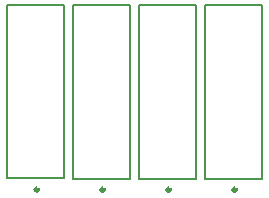
<source format=gbr>
G04 #@! TF.GenerationSoftware,KiCad,Pcbnew,(6.0.5)*
G04 #@! TF.CreationDate,2022-06-02T01:00:37-04:00*
G04 #@! TF.ProjectId,Receiver_Out,52656365-6976-4657-925f-4f75742e6b69,v1*
G04 #@! TF.SameCoordinates,Original*
G04 #@! TF.FileFunction,Other,ECO2*
%FSLAX46Y46*%
G04 Gerber Fmt 4.6, Leading zero omitted, Abs format (unit mm)*
G04 Created by KiCad (PCBNEW (6.0.5)) date 2022-06-02 01:00:37*
%MOMM*%
%LPD*%
G01*
G04 APERTURE LIST*
%ADD10C,0.127000*%
%ADD11C,0.300000*%
G04 APERTURE END LIST*
D10*
X97297000Y-136953600D02*
X97297000Y-151653600D01*
X92497000Y-136953600D02*
X97297000Y-136953600D01*
X92497000Y-151653600D02*
X92497000Y-136953600D01*
X97297000Y-151653600D02*
X92497000Y-151653600D01*
D11*
X95138420Y-152603600D02*
G75*
G03*
X95138420Y-152603600I-141420J0D01*
G01*
D10*
X108473000Y-136953600D02*
X108473000Y-151653600D01*
X108473000Y-151653600D02*
X103673000Y-151653600D01*
X103673000Y-151653600D02*
X103673000Y-136953600D01*
X103673000Y-136953600D02*
X108473000Y-136953600D01*
D11*
X106314420Y-152603600D02*
G75*
G03*
X106314420Y-152603600I-141420J0D01*
G01*
D10*
X86909000Y-136938600D02*
X91709000Y-136938600D01*
X91709000Y-136938600D02*
X91709000Y-151638600D01*
X91709000Y-151638600D02*
X86909000Y-151638600D01*
X86909000Y-151638600D02*
X86909000Y-136938600D01*
D11*
X89550420Y-152588600D02*
G75*
G03*
X89550420Y-152588600I-141420J0D01*
G01*
D10*
X98085000Y-136953600D02*
X102885000Y-136953600D01*
X98085000Y-151653600D02*
X98085000Y-136953600D01*
X102885000Y-136953600D02*
X102885000Y-151653600D01*
X102885000Y-151653600D02*
X98085000Y-151653600D01*
D11*
X100726420Y-152603600D02*
G75*
G03*
X100726420Y-152603600I-141420J0D01*
G01*
M02*

</source>
